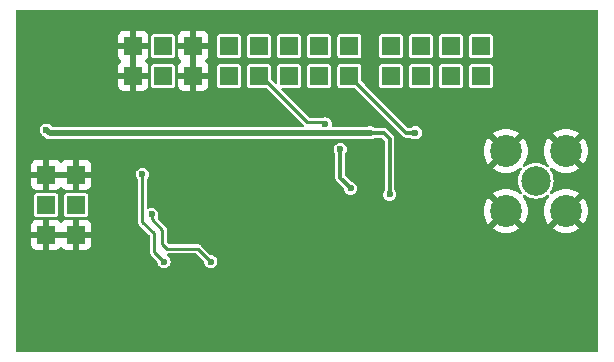
<source format=gbr>
%TF.GenerationSoftware,KiCad,Pcbnew,7.0.5.1-1-g8f565ef7f0-dirty-deb11*%
%TF.CreationDate,2023-07-21T01:10:23+00:00*%
%TF.ProjectId,ISM02,49534d30-322e-46b6-9963-61645f706362,rev?*%
%TF.SameCoordinates,Original*%
%TF.FileFunction,Copper,L1,Top*%
%TF.FilePolarity,Positive*%
%FSLAX46Y46*%
G04 Gerber Fmt 4.6, Leading zero omitted, Abs format (unit mm)*
G04 Created by KiCad (PCBNEW 7.0.5.1-1-g8f565ef7f0-dirty-deb11) date 2023-07-21 01:10:23*
%MOMM*%
%LPD*%
G01*
G04 APERTURE LIST*
G04 Aperture macros list*
%AMRoundRect*
0 Rectangle with rounded corners*
0 $1 Rounding radius*
0 $2 $3 $4 $5 $6 $7 $8 $9 X,Y pos of 4 corners*
0 Add a 4 corners polygon primitive as box body*
4,1,4,$2,$3,$4,$5,$6,$7,$8,$9,$2,$3,0*
0 Add four circle primitives for the rounded corners*
1,1,$1+$1,$2,$3*
1,1,$1+$1,$4,$5*
1,1,$1+$1,$6,$7*
1,1,$1+$1,$8,$9*
0 Add four rect primitives between the rounded corners*
20,1,$1+$1,$2,$3,$4,$5,0*
20,1,$1+$1,$4,$5,$6,$7,0*
20,1,$1+$1,$6,$7,$8,$9,0*
20,1,$1+$1,$8,$9,$2,$3,0*%
G04 Aperture macros list end*
%TA.AperFunction,ComponentPad*%
%ADD10C,6.000000*%
%TD*%
%TA.AperFunction,ComponentPad*%
%ADD11R,1.524000X1.524000*%
%TD*%
%TA.AperFunction,ComponentPad*%
%ADD12C,2.500000*%
%TD*%
%TA.AperFunction,ComponentPad*%
%ADD13C,2.700000*%
%TD*%
%TA.AperFunction,ComponentPad*%
%ADD14C,0.500000*%
%TD*%
%TA.AperFunction,SMDPad,CuDef*%
%ADD15RoundRect,0.250000X1.050000X-1.050000X1.050000X1.050000X-1.050000X1.050000X-1.050000X-1.050000X0*%
%TD*%
%TA.AperFunction,ViaPad*%
%ADD16C,0.600000*%
%TD*%
%TA.AperFunction,Conductor*%
%ADD17C,0.250000*%
%TD*%
%TA.AperFunction,Conductor*%
%ADD18C,0.500000*%
%TD*%
%TA.AperFunction,Conductor*%
%ADD19C,0.300000*%
%TD*%
G04 APERTURE END LIST*
D10*
%TO.P,M2,1*%
%TO.N,GND*%
X139700000Y-104140000D03*
%TD*%
%TO.P,M3,1*%
%TO.N,GND*%
X180340000Y-124460000D03*
%TD*%
D11*
%TO.P,J2,1*%
%TO.N,GND*%
X137922000Y-118872000D03*
%TO.P,J2,2*%
X140462000Y-118872000D03*
%TD*%
%TO.P,J5,1*%
%TO.N,/MISO*%
X167102000Y-105410000D03*
%TO.P,J5,2*%
X167102000Y-102870000D03*
%TD*%
%TO.P,J4,1*%
%TO.N,/SCK*%
X172202000Y-105410000D03*
%TO.P,J4,2*%
X172202000Y-102870000D03*
%TD*%
%TO.P,J3,1*%
%TO.N,/#RESET*%
X163596000Y-105410000D03*
%TO.P,J3,2*%
X163596000Y-102870000D03*
%TD*%
D12*
%TO.P,J12,1*%
%TO.N,Net-(C22-Pad2)*%
X179374800Y-114300000D03*
D13*
%TO.P,J12,2*%
%TO.N,GND*%
X176834800Y-116840000D03*
X181914800Y-116840000D03*
X176834800Y-111760000D03*
X181914800Y-111760000D03*
%TD*%
D11*
%TO.P,J10,1*%
%TO.N,/DIO3*%
X153396000Y-105410000D03*
%TO.P,J10,2*%
X153396000Y-102870000D03*
%TD*%
%TO.P,J7,1*%
%TO.N,/#CS*%
X174752000Y-105410000D03*
%TO.P,J7,2*%
X174752000Y-102870000D03*
%TD*%
%TO.P,J9,1*%
%TO.N,/DIO2*%
X155946000Y-105410000D03*
%TO.P,J9,2*%
X155946000Y-102870000D03*
%TD*%
%TO.P,J8,1*%
%TO.N,/DIO1*%
X158496000Y-105410000D03*
%TO.P,J8,2*%
X158496000Y-102870000D03*
%TD*%
%TO.P,J11,1*%
%TO.N,/BUSY*%
X161046000Y-105410000D03*
%TO.P,J11,2*%
X161046000Y-102870000D03*
%TD*%
%TO.P,J6,1*%
%TO.N,/MOSI*%
X169652000Y-105410000D03*
%TO.P,J6,2*%
X169652000Y-102870000D03*
%TD*%
D10*
%TO.P,M1,1*%
%TO.N,GND*%
X180340000Y-104140000D03*
%TD*%
D11*
%TO.P,J1,1,2*%
%TO.N,GND*%
X145288000Y-105410000D03*
%TO.P,J1,2,2*%
X145288000Y-102870000D03*
%TO.P,J1,3,4*%
%TO.N,+5V*%
X147828000Y-105410000D03*
%TO.P,J1,4,4*%
X147828000Y-102870000D03*
%TO.P,J1,5,6*%
%TO.N,GND*%
X150368000Y-105410000D03*
%TO.P,J1,6,6*%
X150368000Y-102870000D03*
%TD*%
D10*
%TO.P,M4,1*%
%TO.N,GND*%
X139700000Y-124460000D03*
%TD*%
D11*
%TO.P,J15,1*%
%TO.N,GND*%
X137922000Y-113792000D03*
%TO.P,J15,2*%
X140462000Y-113792000D03*
%TD*%
%TO.P,J13,1*%
%TO.N,+3V3*%
X137922000Y-116332000D03*
%TO.P,J13,2*%
X140462000Y-116332000D03*
%TD*%
D14*
%TO.P,U1,25,GND*%
%TO.N,GND*%
X148808000Y-118696000D03*
X149858000Y-118696000D03*
X150908000Y-118696000D03*
X148808000Y-117646000D03*
X149858000Y-117646000D03*
D15*
X149858000Y-117646000D03*
D14*
X150908000Y-117646000D03*
X148808000Y-116596000D03*
X149858000Y-116596000D03*
X150908000Y-116596000D03*
%TD*%
D16*
%TO.N,GND*%
X145058000Y-114046000D03*
X143458000Y-114046000D03*
X151358000Y-123260000D03*
X148358000Y-123260000D03*
X150558000Y-124560000D03*
X163830000Y-113665000D03*
X184150000Y-119380000D03*
X148463000Y-128270000D03*
X163830000Y-100330000D03*
X161798000Y-113919000D03*
X171069000Y-111633000D03*
X184150000Y-118110000D03*
X157356660Y-118341817D03*
X158750000Y-113919000D03*
X184150000Y-114300000D03*
X145161000Y-122301000D03*
X168910000Y-111633000D03*
X142240000Y-128270000D03*
X184150000Y-110490000D03*
X156972000Y-113919000D03*
X167894000Y-111633000D03*
X143383000Y-107442000D03*
X145161000Y-123317000D03*
X153858000Y-124946000D03*
X146304000Y-128270000D03*
X159766000Y-113919000D03*
X168402000Y-122428000D03*
X143764000Y-112649000D03*
X153670000Y-100330000D03*
X169164000Y-116967000D03*
X177800000Y-108585000D03*
X170053000Y-111633000D03*
X172085000Y-128270000D03*
X164211000Y-121666000D03*
X161290000Y-100330000D03*
X172212000Y-111506000D03*
X163195000Y-128270000D03*
X160655000Y-128270000D03*
X167767000Y-114300000D03*
X154940000Y-100330000D03*
X153416000Y-123446000D03*
X172720000Y-100330000D03*
X157480000Y-100330000D03*
X162560000Y-124460000D03*
X155858000Y-118346000D03*
X152273000Y-128270000D03*
X174117000Y-114935000D03*
X166370000Y-100330000D03*
X160655000Y-113919000D03*
X150876000Y-122301000D03*
X181610000Y-120015000D03*
X159766000Y-122809000D03*
X149858000Y-123860000D03*
X149606000Y-107442000D03*
X153797000Y-126111000D03*
X150858000Y-121146000D03*
X155575000Y-128270000D03*
X145161000Y-128270000D03*
X170815000Y-128270000D03*
X143510000Y-100330000D03*
X144780000Y-100330000D03*
X135890000Y-120650000D03*
X168275000Y-128270000D03*
X158750000Y-100330000D03*
X172847000Y-116967000D03*
X146050000Y-100330000D03*
X173101000Y-111506000D03*
X169545000Y-120904000D03*
X177800000Y-100330000D03*
X175260000Y-100330000D03*
X176530000Y-108585000D03*
X146939000Y-112649000D03*
X158115000Y-128270000D03*
X168148000Y-116967000D03*
X156210000Y-100330000D03*
X182245000Y-108585000D03*
X149860000Y-100330000D03*
X162941000Y-115697000D03*
X167640000Y-100330000D03*
X173990000Y-100330000D03*
X183515000Y-120015000D03*
X148908011Y-121145981D03*
X148590000Y-100330000D03*
X170180000Y-100330000D03*
X164846000Y-111633000D03*
X135890000Y-119380000D03*
X162258000Y-118346000D03*
X164465000Y-128270000D03*
X146050000Y-127000000D03*
X135890000Y-116840000D03*
X184150000Y-116840000D03*
X154940000Y-118346000D03*
X173990000Y-111506000D03*
X174498000Y-112268000D03*
X165735000Y-128270000D03*
X171450000Y-100330000D03*
X164846000Y-117983000D03*
X170561000Y-116967000D03*
X154305000Y-128270000D03*
X152019000Y-122301000D03*
X153035000Y-115570000D03*
X163858046Y-118346000D03*
X173990000Y-118110000D03*
X161925000Y-128270000D03*
X145161000Y-125349000D03*
X153158000Y-121746000D03*
X168910000Y-100330000D03*
X177165000Y-128270000D03*
X173355000Y-128270000D03*
X148717000Y-122174000D03*
X160658000Y-118346000D03*
X145161000Y-126619000D03*
X165100000Y-100330000D03*
X147320000Y-121920000D03*
X146058000Y-118946000D03*
X175895000Y-120015000D03*
X162560000Y-100330000D03*
X184150000Y-113030000D03*
X161036000Y-122809000D03*
X184150000Y-107950000D03*
X171704000Y-116967000D03*
X179705000Y-118745000D03*
X179070000Y-120015000D03*
X166497000Y-121158000D03*
X160020000Y-100330000D03*
X157480000Y-122809000D03*
X151130000Y-100330000D03*
X164211000Y-122809000D03*
X169545000Y-122428000D03*
X167132000Y-116967000D03*
X184150000Y-115570000D03*
X171323000Y-114300000D03*
X149258000Y-124560000D03*
X161036000Y-124460000D03*
X169418000Y-117983000D03*
X147447000Y-128270000D03*
X156224000Y-114808000D03*
X170307000Y-114300000D03*
X184150000Y-120650000D03*
X175895000Y-128270000D03*
X169545000Y-128270000D03*
X165227000Y-121158000D03*
X174625000Y-120015000D03*
X157861000Y-113919000D03*
X147858000Y-126560000D03*
X153035000Y-127127000D03*
X136271000Y-107315000D03*
X184150000Y-109220000D03*
X152400000Y-100330000D03*
X145161000Y-112649000D03*
X167005000Y-128270000D03*
X159058000Y-118346000D03*
X174117000Y-116967000D03*
X176530000Y-100330000D03*
X159385000Y-128270000D03*
X149606000Y-128270000D03*
X180975000Y-108585000D03*
X164338000Y-124460000D03*
X143510000Y-128270000D03*
X147320000Y-100330000D03*
X165989000Y-111633000D03*
X175006000Y-115062000D03*
X135890000Y-118110000D03*
X177800000Y-120015000D03*
X141859000Y-107569000D03*
X163830000Y-111633000D03*
X143637000Y-121920000D03*
X158623000Y-122809000D03*
X173990000Y-119380000D03*
X166116000Y-113919000D03*
X145161000Y-124333000D03*
X156845000Y-128270000D03*
X167132000Y-122428000D03*
X179070000Y-110490000D03*
X150876000Y-128270000D03*
X146050000Y-121920000D03*
X169545000Y-119126000D03*
X163830000Y-112649000D03*
X149606000Y-108712000D03*
X184150000Y-111760000D03*
X174625000Y-128270000D03*
X184150000Y-106680000D03*
X142494000Y-112649000D03*
%TO.N,+3V3*%
X167005000Y-115443000D03*
X165354000Y-110236000D03*
X137940000Y-110000000D03*
X151858000Y-121146000D03*
X146858000Y-117146000D03*
%TO.N,Net-(C18-Pad1)*%
X162814000Y-111633000D03*
X163703000Y-114935000D03*
%TO.N,/#RESET*%
X169164000Y-110236000D03*
%TO.N,/DIO2*%
X161544000Y-109490080D03*
%TO.N,/DIO3*%
X146058000Y-113746046D03*
X147901519Y-121146000D03*
%TD*%
D17*
%TO.N,GND*%
X148358000Y-122533000D02*
X148717000Y-122174000D01*
X143383000Y-107442000D02*
X141986000Y-107442000D01*
X167767000Y-116586000D02*
X167767000Y-114681000D01*
X149606000Y-128270000D02*
X150876000Y-128270000D01*
X150858000Y-121146000D02*
X150858000Y-122283000D01*
X152273000Y-128270000D02*
X152273000Y-127889000D01*
D18*
X155862183Y-118341817D02*
X155858000Y-118346000D01*
D17*
X168148000Y-116967000D02*
X167767000Y-116586000D01*
D18*
X149258000Y-124460000D02*
X149858000Y-123860000D01*
X162258000Y-118346000D02*
X163858046Y-118346000D01*
D17*
X167767000Y-114681000D02*
X167767000Y-114300000D01*
D18*
X149258000Y-124560000D02*
X149258000Y-124460000D01*
D17*
X149606000Y-108712000D02*
X149606000Y-107442000D01*
D18*
X159058000Y-118346000D02*
X160658000Y-118346000D01*
X157356660Y-118341817D02*
X155862183Y-118341817D01*
D17*
X152273000Y-127889000D02*
X153035000Y-127127000D01*
X150858000Y-122283000D02*
X150876000Y-122301000D01*
X148358000Y-123260000D02*
X148358000Y-122533000D01*
X141986000Y-107442000D02*
X141859000Y-107569000D01*
%TO.N,+3V3*%
X151558001Y-120846001D02*
X151858000Y-121146000D01*
D19*
X167005000Y-110744000D02*
X166497000Y-110236000D01*
D18*
X160165091Y-110290091D02*
X160600909Y-110290091D01*
X160600909Y-110290091D02*
X165299909Y-110290091D01*
D17*
X146858000Y-117146000D02*
X146858000Y-117546000D01*
X146858000Y-117546000D02*
X147758000Y-118446000D01*
D19*
X166497000Y-110236000D02*
X165354000Y-110236000D01*
D17*
X147758000Y-119646000D02*
X148158000Y-120046000D01*
D18*
X160600909Y-110290091D02*
X138230091Y-110290091D01*
X165299909Y-110290091D02*
X165354000Y-110236000D01*
D17*
X150758000Y-120046000D02*
X151558001Y-120846001D01*
D18*
X138230091Y-110290091D02*
X137940000Y-110000000D01*
D19*
X167005000Y-115443000D02*
X167005000Y-110744000D01*
D17*
X148158000Y-120046000D02*
X150758000Y-120046000D01*
X147758000Y-118446000D02*
X147758000Y-119646000D01*
D19*
%TO.N,Net-(C18-Pad1)*%
X162814000Y-111633000D02*
X162814000Y-114046000D01*
X162814000Y-114046000D02*
X163703000Y-114935000D01*
D17*
%TO.N,/SCK*%
X172202000Y-102740000D02*
X172202000Y-102870000D01*
%TO.N,/MISO*%
X167256000Y-102716000D02*
X167102000Y-102870000D01*
X167356000Y-102616000D02*
X167102000Y-102870000D01*
D19*
%TO.N,/#RESET*%
X168422000Y-110236000D02*
X163596000Y-105410000D01*
X169164000Y-110236000D02*
X168422000Y-110236000D01*
D17*
%TO.N,/DIO2*%
X156083000Y-105410000D02*
X160020000Y-109347000D01*
X155946000Y-105410000D02*
X156083000Y-105410000D01*
X160020000Y-109347000D02*
X161400920Y-109347000D01*
X161400920Y-109347000D02*
X161544000Y-109490080D01*
%TO.N,/DIO3*%
X146058000Y-117746000D02*
X146058000Y-114170310D01*
X147058000Y-118746000D02*
X146058000Y-117746000D01*
X147058000Y-120302481D02*
X147058000Y-118746000D01*
X147901519Y-121146000D02*
X147058000Y-120302481D01*
X146058000Y-114170310D02*
X146058000Y-113746046D01*
%TD*%
%TA.AperFunction,Conductor*%
%TO.N,GND*%
G36*
X140043553Y-118707772D02*
G01*
X140013736Y-118838407D01*
X140023749Y-118972028D01*
X140072703Y-119096760D01*
X140096021Y-119126000D01*
X138288618Y-119126000D01*
X138340447Y-119036228D01*
X138370264Y-118905593D01*
X138360251Y-118771972D01*
X138311297Y-118647240D01*
X138287979Y-118618000D01*
X140095382Y-118618000D01*
X140043553Y-118707772D01*
G37*
%TD.AperFunction*%
%TA.AperFunction,Conductor*%
G36*
X140043553Y-113627772D02*
G01*
X140013736Y-113758407D01*
X140023749Y-113892028D01*
X140072703Y-114016760D01*
X140096021Y-114046000D01*
X138288618Y-114046000D01*
X138340447Y-113956228D01*
X138370264Y-113825593D01*
X138360251Y-113691972D01*
X138311297Y-113567240D01*
X138287979Y-113538000D01*
X140095382Y-113538000D01*
X140043553Y-113627772D01*
G37*
%TD.AperFunction*%
%TA.AperFunction,Conductor*%
G36*
X145092960Y-103275004D02*
G01*
X145221002Y-103314500D01*
X145321312Y-103314500D01*
X145420499Y-103299550D01*
X145541224Y-103241412D01*
X145542000Y-103240691D01*
X145542000Y-105045194D01*
X145483040Y-105004996D01*
X145354998Y-104965500D01*
X145254688Y-104965500D01*
X145155501Y-104980450D01*
X145034776Y-105038588D01*
X145034000Y-105039308D01*
X145034000Y-103234805D01*
X145092960Y-103275004D01*
G37*
%TD.AperFunction*%
%TA.AperFunction,Conductor*%
G36*
X150172960Y-103275004D02*
G01*
X150301002Y-103314500D01*
X150401312Y-103314500D01*
X150500499Y-103299550D01*
X150621224Y-103241412D01*
X150622000Y-103240691D01*
X150622000Y-105045194D01*
X150563040Y-105004996D01*
X150434998Y-104965500D01*
X150334688Y-104965500D01*
X150235501Y-104980450D01*
X150114776Y-105038588D01*
X150114000Y-105039308D01*
X150114000Y-103234805D01*
X150172960Y-103275004D01*
G37*
%TD.AperFunction*%
%TA.AperFunction,Conductor*%
G36*
X184607621Y-99834502D02*
G01*
X184654114Y-99888158D01*
X184665500Y-99940500D01*
X184665500Y-128659500D01*
X184645498Y-128727621D01*
X184591842Y-128774114D01*
X184539500Y-128785500D01*
X135500500Y-128785500D01*
X135432379Y-128765498D01*
X135385886Y-128711842D01*
X135374500Y-128659500D01*
X135374500Y-119682597D01*
X136652000Y-119682597D01*
X136658505Y-119743093D01*
X136709555Y-119879964D01*
X136709555Y-119879965D01*
X136797095Y-119996904D01*
X136914034Y-120084444D01*
X137050906Y-120135494D01*
X137111402Y-120141999D01*
X137111415Y-120142000D01*
X137668000Y-120142000D01*
X137668000Y-119236805D01*
X137726960Y-119277004D01*
X137855002Y-119316500D01*
X137955312Y-119316500D01*
X138054499Y-119301550D01*
X138175224Y-119243412D01*
X138176000Y-119242691D01*
X138176000Y-120142000D01*
X138732585Y-120142000D01*
X138732597Y-120141999D01*
X138793093Y-120135494D01*
X138929964Y-120084444D01*
X138929965Y-120084444D01*
X139046904Y-119996904D01*
X139091132Y-119937823D01*
X139147968Y-119895276D01*
X139218783Y-119890212D01*
X139281096Y-119924237D01*
X139292868Y-119937823D01*
X139337095Y-119996904D01*
X139454034Y-120084444D01*
X139590906Y-120135494D01*
X139651402Y-120141999D01*
X139651415Y-120142000D01*
X140208000Y-120142000D01*
X140208000Y-119236805D01*
X140266960Y-119277004D01*
X140395002Y-119316500D01*
X140495312Y-119316500D01*
X140594499Y-119301550D01*
X140715224Y-119243412D01*
X140716000Y-119242691D01*
X140716000Y-120142000D01*
X141272585Y-120142000D01*
X141272597Y-120141999D01*
X141333093Y-120135494D01*
X141469964Y-120084444D01*
X141469965Y-120084444D01*
X141586904Y-119996904D01*
X141674444Y-119879965D01*
X141674444Y-119879964D01*
X141725494Y-119743093D01*
X141731999Y-119682597D01*
X141732000Y-119682585D01*
X141732000Y-119126000D01*
X140828618Y-119126000D01*
X140880447Y-119036228D01*
X140910264Y-118905593D01*
X140900251Y-118771972D01*
X140851297Y-118647240D01*
X140827979Y-118618000D01*
X141732000Y-118618000D01*
X141732000Y-118061414D01*
X141731999Y-118061402D01*
X141725494Y-118000906D01*
X141674444Y-117864035D01*
X141674444Y-117864034D01*
X141586904Y-117747095D01*
X141469965Y-117659555D01*
X141333093Y-117608505D01*
X141272597Y-117602000D01*
X140716000Y-117602000D01*
X140716000Y-118507194D01*
X140657040Y-118466996D01*
X140528998Y-118427500D01*
X140428688Y-118427500D01*
X140329501Y-118442450D01*
X140208776Y-118500588D01*
X140208000Y-118501308D01*
X140208000Y-117602000D01*
X139651402Y-117602000D01*
X139590906Y-117608505D01*
X139454035Y-117659555D01*
X139454034Y-117659555D01*
X139337097Y-117747094D01*
X139292868Y-117806177D01*
X139236031Y-117848723D01*
X139165216Y-117853787D01*
X139102904Y-117819762D01*
X139091132Y-117806177D01*
X139046902Y-117747094D01*
X138929965Y-117659555D01*
X138793093Y-117608505D01*
X138732597Y-117602000D01*
X138176000Y-117602000D01*
X138176000Y-118507194D01*
X138117040Y-118466996D01*
X137988998Y-118427500D01*
X137888688Y-118427500D01*
X137789501Y-118442450D01*
X137668776Y-118500588D01*
X137668000Y-118501308D01*
X137668000Y-117602000D01*
X137111402Y-117602000D01*
X137050906Y-117608505D01*
X136914035Y-117659555D01*
X136914034Y-117659555D01*
X136797095Y-117747095D01*
X136709555Y-117864034D01*
X136709555Y-117864035D01*
X136658505Y-118000906D01*
X136652000Y-118061402D01*
X136652000Y-118618000D01*
X137555382Y-118618000D01*
X137503553Y-118707772D01*
X137473736Y-118838407D01*
X137483749Y-118972028D01*
X137532703Y-119096760D01*
X137556021Y-119126000D01*
X136652000Y-119126000D01*
X136652000Y-119682597D01*
X135374500Y-119682597D01*
X135374500Y-117119063D01*
X136905500Y-117119063D01*
X136905501Y-117119073D01*
X136920265Y-117193300D01*
X136976516Y-117277484D01*
X137060697Y-117333733D01*
X137060699Y-117333734D01*
X137134933Y-117348500D01*
X138709066Y-117348499D01*
X138709069Y-117348498D01*
X138709073Y-117348498D01*
X138758326Y-117338701D01*
X138783301Y-117333734D01*
X138867484Y-117277484D01*
X138923734Y-117193301D01*
X138938500Y-117119067D01*
X138938500Y-117119063D01*
X139445500Y-117119063D01*
X139445501Y-117119073D01*
X139460265Y-117193300D01*
X139516516Y-117277484D01*
X139600697Y-117333733D01*
X139600699Y-117333734D01*
X139674933Y-117348500D01*
X141249066Y-117348499D01*
X141249069Y-117348498D01*
X141249073Y-117348498D01*
X141298326Y-117338701D01*
X141323301Y-117333734D01*
X141407484Y-117277484D01*
X141463734Y-117193301D01*
X141478500Y-117119067D01*
X141478499Y-115544934D01*
X141478498Y-115544930D01*
X141478498Y-115544926D01*
X141463734Y-115470699D01*
X141445225Y-115442999D01*
X141407484Y-115386516D01*
X141407483Y-115386515D01*
X141323302Y-115330266D01*
X141249067Y-115315500D01*
X139674936Y-115315500D01*
X139674926Y-115315501D01*
X139600699Y-115330265D01*
X139516515Y-115386516D01*
X139460266Y-115470697D01*
X139445500Y-115544930D01*
X139445500Y-117119063D01*
X138938500Y-117119063D01*
X138938499Y-115544934D01*
X138938498Y-115544930D01*
X138938498Y-115544926D01*
X138923734Y-115470699D01*
X138905225Y-115442999D01*
X138867484Y-115386516D01*
X138867483Y-115386515D01*
X138783302Y-115330266D01*
X138709067Y-115315500D01*
X137134936Y-115315500D01*
X137134926Y-115315501D01*
X137060699Y-115330265D01*
X136976515Y-115386516D01*
X136920266Y-115470697D01*
X136905500Y-115544930D01*
X136905500Y-117119063D01*
X135374500Y-117119063D01*
X135374500Y-114602597D01*
X136652000Y-114602597D01*
X136658505Y-114663093D01*
X136709555Y-114799964D01*
X136709555Y-114799965D01*
X136797095Y-114916904D01*
X136914034Y-115004444D01*
X137050906Y-115055494D01*
X137111402Y-115061999D01*
X137111415Y-115062000D01*
X137668000Y-115062000D01*
X137668000Y-114156805D01*
X137726960Y-114197004D01*
X137855002Y-114236500D01*
X137955312Y-114236500D01*
X138054499Y-114221550D01*
X138175224Y-114163412D01*
X138176000Y-114162691D01*
X138176000Y-115062000D01*
X138732585Y-115062000D01*
X138732597Y-115061999D01*
X138793093Y-115055494D01*
X138929964Y-115004444D01*
X138929965Y-115004444D01*
X139046904Y-114916904D01*
X139091132Y-114857823D01*
X139147968Y-114815276D01*
X139218783Y-114810212D01*
X139281096Y-114844237D01*
X139292868Y-114857823D01*
X139337095Y-114916904D01*
X139454034Y-115004444D01*
X139590906Y-115055494D01*
X139651402Y-115061999D01*
X139651415Y-115062000D01*
X140208000Y-115062000D01*
X140208000Y-114156805D01*
X140266960Y-114197004D01*
X140395002Y-114236500D01*
X140495312Y-114236500D01*
X140594499Y-114221550D01*
X140715224Y-114163412D01*
X140716000Y-114162691D01*
X140716000Y-115062000D01*
X141272585Y-115062000D01*
X141272597Y-115061999D01*
X141333093Y-115055494D01*
X141469964Y-115004444D01*
X141469965Y-115004444D01*
X141586904Y-114916904D01*
X141674444Y-114799965D01*
X141674444Y-114799964D01*
X141725494Y-114663093D01*
X141731999Y-114602597D01*
X141732000Y-114602585D01*
X141732000Y-114046000D01*
X140828618Y-114046000D01*
X140880447Y-113956228D01*
X140910264Y-113825593D01*
X140904303Y-113746046D01*
X145498715Y-113746046D01*
X145517771Y-113890798D01*
X145573644Y-114025687D01*
X145573649Y-114025695D01*
X145652462Y-114128405D01*
X145678063Y-114194625D01*
X145678500Y-114205109D01*
X145678500Y-117693573D01*
X145675818Y-117719430D01*
X145673580Y-117730099D01*
X145675905Y-117748746D01*
X145678016Y-117765683D01*
X145678500Y-117773473D01*
X145678500Y-117777443D01*
X145680907Y-117791870D01*
X145682170Y-117799440D01*
X145682544Y-117802013D01*
X145689247Y-117855781D01*
X145691517Y-117863406D01*
X145694099Y-117870927D01*
X145719875Y-117918556D01*
X145721065Y-117920869D01*
X145737108Y-117953683D01*
X145744874Y-117969568D01*
X145744875Y-117969569D01*
X145749493Y-117976038D01*
X145754376Y-117982312D01*
X145794242Y-118019011D01*
X145796096Y-118020790D01*
X146237204Y-118461898D01*
X146641595Y-118866289D01*
X146675621Y-118928601D01*
X146678500Y-118955384D01*
X146678500Y-120250054D01*
X146675818Y-120275911D01*
X146673580Y-120286580D01*
X146675905Y-120305227D01*
X146678016Y-120322164D01*
X146678500Y-120329954D01*
X146678500Y-120333924D01*
X146680907Y-120348351D01*
X146682170Y-120355921D01*
X146682544Y-120358494D01*
X146689247Y-120412262D01*
X146691517Y-120419887D01*
X146694099Y-120427408D01*
X146719875Y-120475037D01*
X146721065Y-120477350D01*
X146737108Y-120510164D01*
X146744874Y-120526049D01*
X146744875Y-120526050D01*
X146749493Y-120532519D01*
X146754376Y-120538793D01*
X146794242Y-120575492D01*
X146796096Y-120577271D01*
X147085181Y-120866356D01*
X147308564Y-121089739D01*
X147342590Y-121152051D01*
X147344391Y-121162387D01*
X147361290Y-121290752D01*
X147417163Y-121425641D01*
X147417168Y-121425649D01*
X147506044Y-121541474D01*
X147621869Y-121630350D01*
X147621876Y-121630355D01*
X147756765Y-121686228D01*
X147901519Y-121705285D01*
X148046273Y-121686228D01*
X148181162Y-121630355D01*
X148296993Y-121541474D01*
X148385874Y-121425643D01*
X148441747Y-121290754D01*
X148460804Y-121146000D01*
X148441747Y-121001246D01*
X148385874Y-120866358D01*
X148296993Y-120750526D01*
X148296991Y-120750524D01*
X148296990Y-120750523D01*
X148181166Y-120661647D01*
X148179386Y-120660620D01*
X148178184Y-120659359D01*
X148174610Y-120656617D01*
X148175037Y-120656059D01*
X148130393Y-120609238D01*
X148116955Y-120539525D01*
X148143341Y-120473613D01*
X148201173Y-120432430D01*
X148242385Y-120425500D01*
X150548616Y-120425500D01*
X150616737Y-120445502D01*
X150637711Y-120462405D01*
X151265045Y-121089739D01*
X151299071Y-121152051D01*
X151300872Y-121162387D01*
X151317771Y-121290752D01*
X151373644Y-121425641D01*
X151373649Y-121425649D01*
X151462525Y-121541474D01*
X151578350Y-121630350D01*
X151578357Y-121630355D01*
X151713246Y-121686228D01*
X151858000Y-121705285D01*
X152002754Y-121686228D01*
X152137643Y-121630355D01*
X152253474Y-121541474D01*
X152342355Y-121425643D01*
X152398228Y-121290754D01*
X152417285Y-121146000D01*
X152398228Y-121001246D01*
X152342355Y-120866358D01*
X152253474Y-120750526D01*
X152253472Y-120750524D01*
X152253471Y-120750523D01*
X152137649Y-120661649D01*
X152137641Y-120661644D01*
X152002752Y-120605771D01*
X151874387Y-120588872D01*
X151809460Y-120560149D01*
X151801739Y-120553045D01*
X151063419Y-119814725D01*
X151047029Y-119794542D01*
X151041068Y-119785418D01*
X151041067Y-119785417D01*
X151012770Y-119763393D01*
X151006923Y-119758229D01*
X151004113Y-119755419D01*
X151004112Y-119755418D01*
X151004111Y-119755417D01*
X151004106Y-119755413D01*
X150985974Y-119742467D01*
X150983889Y-119740912D01*
X150941120Y-119707625D01*
X150934140Y-119703848D01*
X150926977Y-119700346D01*
X150875063Y-119684890D01*
X150872584Y-119684096D01*
X150821326Y-119666499D01*
X150813504Y-119665194D01*
X150805589Y-119664207D01*
X150761056Y-119666049D01*
X150751475Y-119666446D01*
X150748881Y-119666500D01*
X148367384Y-119666500D01*
X148299263Y-119646498D01*
X148278289Y-119629595D01*
X148174405Y-119525711D01*
X148140379Y-119463399D01*
X148137500Y-119436616D01*
X148137500Y-118498421D01*
X148140181Y-118472566D01*
X148142418Y-118461900D01*
X148137983Y-118426322D01*
X148137500Y-118418532D01*
X148137500Y-118414562D01*
X148137500Y-118414557D01*
X148133825Y-118392542D01*
X148133453Y-118389984D01*
X148126752Y-118336217D01*
X148126750Y-118336213D01*
X148124485Y-118328605D01*
X148121900Y-118321076D01*
X148121900Y-118321073D01*
X148121898Y-118321069D01*
X148096114Y-118273423D01*
X148094922Y-118271108D01*
X148071126Y-118222432D01*
X148071124Y-118222430D01*
X148071124Y-118222429D01*
X148066521Y-118215982D01*
X148061621Y-118209686D01*
X148021756Y-118172987D01*
X148019901Y-118171207D01*
X147381964Y-117533269D01*
X147347938Y-117470958D01*
X147353003Y-117400143D01*
X147354635Y-117395994D01*
X147398228Y-117290754D01*
X147417285Y-117146000D01*
X147398228Y-117001246D01*
X147342355Y-116866358D01*
X147322130Y-116840000D01*
X174972054Y-116840000D01*
X174991013Y-117105092D01*
X175047507Y-117364793D01*
X175140387Y-117613814D01*
X175267758Y-117847076D01*
X175353703Y-117961885D01*
X175353703Y-117961886D01*
X176081606Y-117233982D01*
X176127116Y-117319822D01*
X176246809Y-117460735D01*
X176393995Y-117572623D01*
X176440069Y-117593939D01*
X175712912Y-118321095D01*
X175712913Y-118321096D01*
X175827719Y-118407039D01*
X176060985Y-118534412D01*
X176310006Y-118627292D01*
X176569707Y-118683786D01*
X176834799Y-118702745D01*
X177099892Y-118683786D01*
X177359593Y-118627292D01*
X177608614Y-118534412D01*
X177841876Y-118407042D01*
X177956685Y-118321095D01*
X177956686Y-118321095D01*
X177229877Y-117594286D01*
X177352231Y-117520669D01*
X177486458Y-117393523D01*
X177590213Y-117240495D01*
X177591435Y-117237426D01*
X178315895Y-117961886D01*
X178315895Y-117961885D01*
X178401842Y-117847076D01*
X178529212Y-117613814D01*
X178622092Y-117364793D01*
X178678586Y-117105092D01*
X178697545Y-116839999D01*
X178678586Y-116574907D01*
X178622092Y-116315206D01*
X178529212Y-116066185D01*
X178401839Y-115832919D01*
X178281448Y-115672096D01*
X178256637Y-115605576D01*
X178271728Y-115536202D01*
X178321930Y-115486000D01*
X178391304Y-115470908D01*
X178457825Y-115495719D01*
X178464143Y-115500774D01*
X178487743Y-115520930D01*
X178689659Y-115644664D01*
X178908446Y-115735289D01*
X179138717Y-115790572D01*
X179374800Y-115809152D01*
X179610883Y-115790572D01*
X179841154Y-115735289D01*
X180059941Y-115644664D01*
X180261857Y-115520930D01*
X180285454Y-115500776D01*
X180350239Y-115471745D01*
X180420439Y-115482348D01*
X180473763Y-115529222D01*
X180493280Y-115597483D01*
X180472794Y-115665460D01*
X180468151Y-115672096D01*
X180347760Y-115832919D01*
X180220387Y-116066185D01*
X180127507Y-116315206D01*
X180071013Y-116574907D01*
X180052054Y-116840000D01*
X180071013Y-117105092D01*
X180127507Y-117364793D01*
X180220387Y-117613814D01*
X180347758Y-117847076D01*
X180433703Y-117961885D01*
X180433703Y-117961886D01*
X181161606Y-117233982D01*
X181207116Y-117319822D01*
X181326809Y-117460735D01*
X181473995Y-117572623D01*
X181520069Y-117593939D01*
X180792912Y-118321095D01*
X180792913Y-118321096D01*
X180907719Y-118407039D01*
X181140985Y-118534412D01*
X181390006Y-118627292D01*
X181649707Y-118683786D01*
X181914799Y-118702745D01*
X182179892Y-118683786D01*
X182439593Y-118627292D01*
X182688614Y-118534412D01*
X182921876Y-118407042D01*
X183036685Y-118321095D01*
X183036686Y-118321095D01*
X182309877Y-117594286D01*
X182432231Y-117520669D01*
X182566458Y-117393523D01*
X182670213Y-117240495D01*
X182671435Y-117237426D01*
X183395895Y-117961886D01*
X183395895Y-117961885D01*
X183481842Y-117847076D01*
X183609212Y-117613814D01*
X183702092Y-117364793D01*
X183758586Y-117105092D01*
X183777545Y-116839999D01*
X183758586Y-116574907D01*
X183702092Y-116315206D01*
X183609212Y-116066185D01*
X183481839Y-115832919D01*
X183395896Y-115718113D01*
X183395895Y-115718112D01*
X182667992Y-116446015D01*
X182622484Y-116360178D01*
X182502791Y-116219265D01*
X182355605Y-116107377D01*
X182309529Y-116086059D01*
X183036686Y-115358903D01*
X182921876Y-115272958D01*
X182688614Y-115145587D01*
X182439593Y-115052707D01*
X182179892Y-114996213D01*
X181914800Y-114977254D01*
X181649707Y-114996213D01*
X181390006Y-115052707D01*
X181140985Y-115145587D01*
X180907719Y-115272960D01*
X180746896Y-115393351D01*
X180680376Y-115418162D01*
X180611002Y-115403071D01*
X180560799Y-115352868D01*
X180545708Y-115283494D01*
X180570519Y-115216974D01*
X180575552Y-115210682D01*
X180595730Y-115187057D01*
X180719464Y-114985141D01*
X180810089Y-114766354D01*
X180865372Y-114536083D01*
X180883952Y-114300000D01*
X180865372Y-114063917D01*
X180810089Y-113833646D01*
X180719464Y-113614859D01*
X180595730Y-113412943D01*
X180575576Y-113389346D01*
X180546545Y-113324558D01*
X180557149Y-113254358D01*
X180604024Y-113201035D01*
X180672285Y-113181519D01*
X180740262Y-113202006D01*
X180746896Y-113206648D01*
X180907719Y-113327039D01*
X181140985Y-113454412D01*
X181390006Y-113547292D01*
X181649707Y-113603786D01*
X181914799Y-113622745D01*
X182179892Y-113603786D01*
X182439593Y-113547292D01*
X182688614Y-113454412D01*
X182921876Y-113327042D01*
X183036685Y-113241095D01*
X183036686Y-113241095D01*
X182309877Y-112514286D01*
X182432231Y-112440669D01*
X182566458Y-112313523D01*
X182670213Y-112160495D01*
X182671435Y-112157426D01*
X183395895Y-112881886D01*
X183395895Y-112881885D01*
X183481842Y-112767076D01*
X183609212Y-112533814D01*
X183702092Y-112284793D01*
X183758586Y-112025092D01*
X183777545Y-111759999D01*
X183758586Y-111494907D01*
X183702092Y-111235206D01*
X183609212Y-110986185D01*
X183481839Y-110752919D01*
X183395896Y-110638113D01*
X183395895Y-110638112D01*
X182667992Y-111366015D01*
X182622484Y-111280178D01*
X182502791Y-111139265D01*
X182355605Y-111027377D01*
X182309529Y-111006060D01*
X183036686Y-110278903D01*
X182921876Y-110192958D01*
X182688614Y-110065587D01*
X182439593Y-109972707D01*
X182179892Y-109916213D01*
X181914800Y-109897254D01*
X181649707Y-109916213D01*
X181390006Y-109972707D01*
X181140985Y-110065587D01*
X180907724Y-110192957D01*
X180792913Y-110278902D01*
X180792912Y-110278903D01*
X181519722Y-111005713D01*
X181397369Y-111079331D01*
X181263142Y-111206477D01*
X181159387Y-111359505D01*
X181158164Y-111362573D01*
X180433703Y-110638112D01*
X180433702Y-110638113D01*
X180347757Y-110752924D01*
X180220387Y-110986185D01*
X180127507Y-111235206D01*
X180071013Y-111494907D01*
X180052054Y-111760000D01*
X180071013Y-112025092D01*
X180127507Y-112284793D01*
X180220387Y-112533814D01*
X180347760Y-112767080D01*
X180468151Y-112927903D01*
X180492962Y-112994423D01*
X180477871Y-113063797D01*
X180427669Y-113113999D01*
X180358295Y-113129091D01*
X180291774Y-113104280D01*
X180285471Y-113099238D01*
X180261857Y-113079070D01*
X180059941Y-112955336D01*
X180009723Y-112934535D01*
X179841154Y-112864711D01*
X179841154Y-112864710D01*
X179610883Y-112809428D01*
X179374800Y-112790848D01*
X179138717Y-112809428D01*
X178908445Y-112864711D01*
X178689660Y-112955335D01*
X178487741Y-113079071D01*
X178487740Y-113079072D01*
X178464145Y-113099224D01*
X178399355Y-113128255D01*
X178329155Y-113117648D01*
X178275834Y-113070773D01*
X178256319Y-113002511D01*
X178276808Y-112934535D01*
X178281448Y-112927902D01*
X178401842Y-112767076D01*
X178529212Y-112533814D01*
X178622092Y-112284793D01*
X178678586Y-112025092D01*
X178697545Y-111759999D01*
X178678586Y-111494907D01*
X178622092Y-111235206D01*
X178529212Y-110986185D01*
X178401839Y-110752919D01*
X178315896Y-110638113D01*
X178315895Y-110638113D01*
X177587992Y-111366016D01*
X177542484Y-111280178D01*
X177422791Y-111139265D01*
X177275605Y-111027377D01*
X177229529Y-111006060D01*
X177956686Y-110278903D01*
X177841876Y-110192958D01*
X177608614Y-110065587D01*
X177359593Y-109972707D01*
X177099892Y-109916213D01*
X176834800Y-109897254D01*
X176569707Y-109916213D01*
X176310006Y-109972707D01*
X176060985Y-110065587D01*
X175827724Y-110192957D01*
X175712913Y-110278902D01*
X175712912Y-110278903D01*
X176439722Y-111005713D01*
X176317369Y-111079331D01*
X176183142Y-111206477D01*
X176079387Y-111359505D01*
X176078164Y-111362573D01*
X175353703Y-110638112D01*
X175353702Y-110638113D01*
X175267757Y-110752924D01*
X175140387Y-110986185D01*
X175047507Y-111235206D01*
X174991013Y-111494907D01*
X174972054Y-111760000D01*
X174991013Y-112025092D01*
X175047507Y-112284793D01*
X175140387Y-112533814D01*
X175267758Y-112767076D01*
X175353703Y-112881885D01*
X175353703Y-112881886D01*
X176081606Y-112153982D01*
X176127116Y-112239822D01*
X176246809Y-112380735D01*
X176393995Y-112492623D01*
X176440069Y-112513939D01*
X175712913Y-113241095D01*
X175712913Y-113241096D01*
X175827719Y-113327039D01*
X176060985Y-113454412D01*
X176310006Y-113547292D01*
X176569707Y-113603786D01*
X176834799Y-113622745D01*
X177099892Y-113603786D01*
X177359593Y-113547292D01*
X177608614Y-113454412D01*
X177841876Y-113327042D01*
X178002702Y-113206648D01*
X178069222Y-113181837D01*
X178138597Y-113196928D01*
X178188799Y-113247130D01*
X178203891Y-113316504D01*
X178179081Y-113383024D01*
X178174024Y-113389345D01*
X178153872Y-113412940D01*
X178153871Y-113412941D01*
X178030135Y-113614860D01*
X177939511Y-113833645D01*
X177884228Y-114063917D01*
X177870646Y-114236500D01*
X177865648Y-114300000D01*
X177884228Y-114536083D01*
X177939511Y-114766354D01*
X178030136Y-114985141D01*
X178153870Y-115187057D01*
X178174024Y-115210654D01*
X178203054Y-115275441D01*
X178192449Y-115345641D01*
X178145575Y-115398964D01*
X178077313Y-115418480D01*
X178009337Y-115397992D01*
X178002703Y-115393351D01*
X177841880Y-115272960D01*
X177608614Y-115145587D01*
X177359593Y-115052707D01*
X177099892Y-114996213D01*
X176834800Y-114977254D01*
X176569707Y-114996213D01*
X176310006Y-115052707D01*
X176060985Y-115145587D01*
X175827724Y-115272957D01*
X175712913Y-115358902D01*
X175712912Y-115358903D01*
X176439722Y-116085713D01*
X176317369Y-116159331D01*
X176183142Y-116286477D01*
X176079387Y-116439505D01*
X176078164Y-116442572D01*
X175353703Y-115718112D01*
X175353702Y-115718113D01*
X175267757Y-115832924D01*
X175140387Y-116066185D01*
X175047507Y-116315206D01*
X174991013Y-116574907D01*
X174972054Y-116840000D01*
X147322130Y-116840000D01*
X147253474Y-116750526D01*
X147253472Y-116750524D01*
X147253471Y-116750523D01*
X147137649Y-116661649D01*
X147137641Y-116661644D01*
X147002752Y-116605771D01*
X146858000Y-116586715D01*
X146713247Y-116605771D01*
X146667610Y-116624675D01*
X146611716Y-116647827D01*
X146541129Y-116655416D01*
X146477642Y-116623637D01*
X146441414Y-116562579D01*
X146437500Y-116531418D01*
X146437500Y-114205109D01*
X146457502Y-114136988D01*
X146463538Y-114128405D01*
X146513021Y-114063917D01*
X146542355Y-114025689D01*
X146598228Y-113890800D01*
X146617285Y-113746046D01*
X146598228Y-113601292D01*
X146542355Y-113466404D01*
X146453474Y-113350572D01*
X146453472Y-113350570D01*
X146453471Y-113350569D01*
X146337649Y-113261695D01*
X146337641Y-113261690D01*
X146202752Y-113205817D01*
X146058000Y-113186761D01*
X145913247Y-113205817D01*
X145847942Y-113232868D01*
X145778358Y-113261691D01*
X145778357Y-113261692D01*
X145778356Y-113261692D01*
X145662526Y-113350572D01*
X145573646Y-113466402D01*
X145573645Y-113466404D01*
X145554871Y-113511728D01*
X145517771Y-113601293D01*
X145498715Y-113746045D01*
X145498715Y-113746046D01*
X140904303Y-113746046D01*
X140900251Y-113691972D01*
X140851297Y-113567240D01*
X140827979Y-113538000D01*
X141732000Y-113538000D01*
X141732000Y-112981414D01*
X141731999Y-112981402D01*
X141725494Y-112920906D01*
X141674444Y-112784035D01*
X141674444Y-112784034D01*
X141586904Y-112667095D01*
X141469965Y-112579555D01*
X141333093Y-112528505D01*
X141272597Y-112522000D01*
X140716000Y-112522000D01*
X140716000Y-113427194D01*
X140657040Y-113386996D01*
X140528998Y-113347500D01*
X140428688Y-113347500D01*
X140329501Y-113362450D01*
X140208776Y-113420588D01*
X140208000Y-113421308D01*
X140208000Y-112522000D01*
X139651402Y-112522000D01*
X139590906Y-112528505D01*
X139454035Y-112579555D01*
X139454034Y-112579555D01*
X139337097Y-112667094D01*
X139292868Y-112726177D01*
X139236031Y-112768723D01*
X139165216Y-112773787D01*
X139102904Y-112739762D01*
X139091132Y-112726177D01*
X139046902Y-112667094D01*
X138929965Y-112579555D01*
X138793093Y-112528505D01*
X138732597Y-112522000D01*
X138176000Y-112522000D01*
X138176000Y-113427194D01*
X138117040Y-113386996D01*
X137988998Y-113347500D01*
X137888688Y-113347500D01*
X137789501Y-113362450D01*
X137668776Y-113420588D01*
X137668000Y-113421308D01*
X137668000Y-112522000D01*
X137111402Y-112522000D01*
X137050906Y-112528505D01*
X136914035Y-112579555D01*
X136914034Y-112579555D01*
X136797095Y-112667095D01*
X136709555Y-112784034D01*
X136709555Y-112784035D01*
X136658505Y-112920906D01*
X136652000Y-112981402D01*
X136652000Y-113538000D01*
X137555382Y-113538000D01*
X137503553Y-113627772D01*
X137473736Y-113758407D01*
X137483749Y-113892028D01*
X137532703Y-114016760D01*
X137556021Y-114046000D01*
X136652000Y-114046000D01*
X136652000Y-114602597D01*
X135374500Y-114602597D01*
X135374500Y-111633000D01*
X162254715Y-111633000D01*
X162273771Y-111777752D01*
X162285592Y-111806289D01*
X162329645Y-111912643D01*
X162383462Y-111982778D01*
X162409063Y-112048997D01*
X162409500Y-112059482D01*
X162409500Y-114110068D01*
X162416395Y-114131290D01*
X162421009Y-114150508D01*
X162424501Y-114172552D01*
X162424501Y-114172554D01*
X162434630Y-114192432D01*
X162442195Y-114210697D01*
X162449092Y-114231924D01*
X162449093Y-114231926D01*
X162462213Y-114249984D01*
X162472541Y-114266838D01*
X162482671Y-114286718D01*
X162482674Y-114286723D01*
X162503786Y-114307835D01*
X162503801Y-114307851D01*
X162505464Y-114309514D01*
X162505465Y-114309515D01*
X163115406Y-114919456D01*
X163149430Y-114981767D01*
X163151232Y-114992103D01*
X163162771Y-115079752D01*
X163218644Y-115214641D01*
X163218649Y-115214649D01*
X163307525Y-115330474D01*
X163423350Y-115419350D01*
X163423357Y-115419355D01*
X163558246Y-115475228D01*
X163630622Y-115484756D01*
X163702999Y-115494285D01*
X163702999Y-115494284D01*
X163703000Y-115494285D01*
X163847754Y-115475228D01*
X163982643Y-115419355D01*
X164098474Y-115330474D01*
X164187355Y-115214643D01*
X164243228Y-115079754D01*
X164262285Y-114935000D01*
X164243228Y-114790246D01*
X164187355Y-114655358D01*
X164098474Y-114539526D01*
X164098472Y-114539524D01*
X164098471Y-114539523D01*
X163982649Y-114450649D01*
X163982641Y-114450644D01*
X163847752Y-114394771D01*
X163760104Y-114383232D01*
X163695177Y-114354509D01*
X163687455Y-114347405D01*
X163255404Y-113915353D01*
X163221379Y-113853041D01*
X163218500Y-113826258D01*
X163218500Y-112059482D01*
X163238502Y-111991361D01*
X163244529Y-111982788D01*
X163298355Y-111912643D01*
X163354228Y-111777754D01*
X163373285Y-111633000D01*
X163354228Y-111488246D01*
X163298355Y-111353358D01*
X163209474Y-111237526D01*
X163209472Y-111237524D01*
X163209471Y-111237523D01*
X163093649Y-111148649D01*
X163093641Y-111148644D01*
X162958752Y-111092771D01*
X162814000Y-111073715D01*
X162669247Y-111092771D01*
X162601802Y-111120708D01*
X162534358Y-111148645D01*
X162534357Y-111148646D01*
X162534356Y-111148646D01*
X162418526Y-111237526D01*
X162329646Y-111353356D01*
X162329645Y-111353358D01*
X162327099Y-111359505D01*
X162273771Y-111488247D01*
X162254715Y-111632999D01*
X162254715Y-111633000D01*
X135374500Y-111633000D01*
X135374500Y-110000000D01*
X137380715Y-110000000D01*
X137399771Y-110144752D01*
X137455644Y-110279641D01*
X137455649Y-110279649D01*
X137544525Y-110395474D01*
X137660350Y-110484350D01*
X137660357Y-110484355D01*
X137723459Y-110510492D01*
X137764335Y-110537806D01*
X137825423Y-110598894D01*
X137842323Y-110619864D01*
X137844895Y-110623866D01*
X137853675Y-110631474D01*
X137884393Y-110658091D01*
X137887673Y-110661144D01*
X137898870Y-110672341D01*
X137911541Y-110681826D01*
X137915017Y-110684627D01*
X137954533Y-110718868D01*
X137958852Y-110720840D01*
X137982016Y-110734583D01*
X137985824Y-110737434D01*
X138010987Y-110746819D01*
X138034794Y-110755699D01*
X138038951Y-110757421D01*
X138080134Y-110776228D01*
X138086495Y-110779133D01*
X138091192Y-110779808D01*
X138117300Y-110786471D01*
X138121749Y-110788131D01*
X138173883Y-110791859D01*
X138178344Y-110792338D01*
X138187917Y-110793715D01*
X138194006Y-110794591D01*
X138194008Y-110794591D01*
X138209814Y-110794591D01*
X138214310Y-110794752D01*
X138232607Y-110796060D01*
X138266451Y-110798481D01*
X138271093Y-110797471D01*
X138297878Y-110794591D01*
X160129008Y-110794591D01*
X160564826Y-110794591D01*
X165232125Y-110794591D01*
X165258905Y-110797469D01*
X165263549Y-110798480D01*
X165298012Y-110796015D01*
X165315681Y-110794752D01*
X165320177Y-110794591D01*
X165344595Y-110794591D01*
X165352830Y-110795131D01*
X165353999Y-110795285D01*
X165353999Y-110795284D01*
X165354000Y-110795285D01*
X165498754Y-110776228D01*
X165633643Y-110720355D01*
X165703778Y-110666537D01*
X165769997Y-110640937D01*
X165780482Y-110640500D01*
X166277259Y-110640500D01*
X166345380Y-110660502D01*
X166366354Y-110677404D01*
X166563595Y-110874644D01*
X166597620Y-110936956D01*
X166600500Y-110963740D01*
X166600500Y-115016516D01*
X166580498Y-115084637D01*
X166574463Y-115093219D01*
X166520649Y-115163351D01*
X166520646Y-115163356D01*
X166520645Y-115163358D01*
X166501056Y-115210650D01*
X166464771Y-115298247D01*
X166445715Y-115442999D01*
X166445715Y-115443000D01*
X166464771Y-115587752D01*
X166520644Y-115722641D01*
X166520649Y-115722649D01*
X166609525Y-115838474D01*
X166725350Y-115927350D01*
X166725357Y-115927355D01*
X166860246Y-115983228D01*
X166911685Y-115990000D01*
X167004999Y-116002285D01*
X167004999Y-116002284D01*
X167005000Y-116002285D01*
X167149754Y-115983228D01*
X167284643Y-115927355D01*
X167400474Y-115838474D01*
X167489355Y-115722643D01*
X167545228Y-115587754D01*
X167564285Y-115443000D01*
X167561171Y-115419350D01*
X167547500Y-115315501D01*
X167545228Y-115298246D01*
X167489355Y-115163358D01*
X167489350Y-115163351D01*
X167435537Y-115093219D01*
X167409937Y-115026998D01*
X167409500Y-115016516D01*
X167409500Y-110709805D01*
X167409499Y-110709776D01*
X167409499Y-110679933D01*
X167402604Y-110658715D01*
X167397989Y-110639496D01*
X167394498Y-110617445D01*
X167384364Y-110597556D01*
X167376801Y-110579299D01*
X167369904Y-110558071D01*
X167356784Y-110540013D01*
X167346456Y-110523158D01*
X167336325Y-110503276D01*
X167309772Y-110476723D01*
X167245723Y-110412674D01*
X166760515Y-109927465D01*
X166760514Y-109927464D01*
X166758851Y-109925801D01*
X166758835Y-109925786D01*
X166737723Y-109904674D01*
X166737720Y-109904672D01*
X166737718Y-109904671D01*
X166717838Y-109894541D01*
X166700984Y-109884213D01*
X166682926Y-109871093D01*
X166682924Y-109871092D01*
X166661697Y-109864195D01*
X166643432Y-109856630D01*
X166623553Y-109846501D01*
X166601508Y-109843009D01*
X166582290Y-109838395D01*
X166561068Y-109831500D01*
X166561066Y-109831500D01*
X166528834Y-109831500D01*
X165780482Y-109831500D01*
X165712361Y-109811498D01*
X165703788Y-109805470D01*
X165633643Y-109751645D01*
X165578472Y-109728792D01*
X165498752Y-109695771D01*
X165354000Y-109676715D01*
X165209247Y-109695771D01*
X165149893Y-109720357D01*
X165074358Y-109751645D01*
X165074356Y-109751646D01*
X165074357Y-109751646D01*
X165074350Y-109751650D01*
X165064053Y-109759552D01*
X164997834Y-109785154D01*
X164987348Y-109785591D01*
X162208039Y-109785591D01*
X162139918Y-109765589D01*
X162093425Y-109711933D01*
X162083524Y-109643071D01*
X162083150Y-109643022D01*
X162083325Y-109641689D01*
X162083321Y-109641659D01*
X162083344Y-109641544D01*
X162084227Y-109634836D01*
X162084228Y-109634834D01*
X162103285Y-109490080D01*
X162084228Y-109345326D01*
X162028355Y-109210438D01*
X161939474Y-109094606D01*
X161939472Y-109094604D01*
X161939471Y-109094603D01*
X161823649Y-109005729D01*
X161823641Y-109005724D01*
X161688752Y-108949851D01*
X161544000Y-108930795D01*
X161399245Y-108949852D01*
X161379794Y-108957909D01*
X161331577Y-108967500D01*
X160229384Y-108967500D01*
X160161263Y-108947498D01*
X160140289Y-108930595D01*
X157851288Y-106641594D01*
X157817262Y-106579282D01*
X157822327Y-106508467D01*
X157864874Y-106451631D01*
X157931394Y-106426820D01*
X157940359Y-106426499D01*
X159283066Y-106426499D01*
X159283069Y-106426498D01*
X159283073Y-106426498D01*
X159332326Y-106416701D01*
X159357301Y-106411734D01*
X159441484Y-106355484D01*
X159497734Y-106271301D01*
X159512500Y-106197067D01*
X159512500Y-106197063D01*
X160029500Y-106197063D01*
X160029501Y-106197073D01*
X160044265Y-106271300D01*
X160100516Y-106355484D01*
X160184697Y-106411733D01*
X160184699Y-106411734D01*
X160258933Y-106426500D01*
X161833066Y-106426499D01*
X161833069Y-106426498D01*
X161833073Y-106426498D01*
X161882326Y-106416701D01*
X161907301Y-106411734D01*
X161991484Y-106355484D01*
X162047734Y-106271301D01*
X162062500Y-106197067D01*
X162062500Y-106197063D01*
X162579500Y-106197063D01*
X162579501Y-106197073D01*
X162594265Y-106271300D01*
X162650516Y-106355484D01*
X162734697Y-106411733D01*
X162734699Y-106411734D01*
X162808933Y-106426500D01*
X163988259Y-106426499D01*
X164056380Y-106446501D01*
X164077354Y-106463404D01*
X168090674Y-110476723D01*
X168181277Y-110567326D01*
X168201160Y-110577457D01*
X168218014Y-110587785D01*
X168236071Y-110600905D01*
X168257293Y-110607799D01*
X168275560Y-110615365D01*
X168295445Y-110625498D01*
X168317488Y-110628989D01*
X168336704Y-110633602D01*
X168357934Y-110640500D01*
X168390166Y-110640500D01*
X168737518Y-110640500D01*
X168805639Y-110660502D01*
X168814211Y-110666529D01*
X168884357Y-110720355D01*
X169019246Y-110776228D01*
X169164000Y-110795285D01*
X169308754Y-110776228D01*
X169443643Y-110720355D01*
X169559474Y-110631474D01*
X169648355Y-110515643D01*
X169704228Y-110380754D01*
X169723285Y-110236000D01*
X169717618Y-110192958D01*
X169704228Y-110091247D01*
X169704228Y-110091246D01*
X169648355Y-109956358D01*
X169559474Y-109840526D01*
X169559472Y-109840524D01*
X169559471Y-109840523D01*
X169443649Y-109751649D01*
X169443641Y-109751644D01*
X169308752Y-109695771D01*
X169164000Y-109676715D01*
X169019247Y-109695771D01*
X168959893Y-109720357D01*
X168884358Y-109751645D01*
X168884356Y-109751646D01*
X168884357Y-109751646D01*
X168884351Y-109751649D01*
X168814222Y-109805462D01*
X168748002Y-109831063D01*
X168737518Y-109831500D01*
X168641739Y-109831500D01*
X168573618Y-109811498D01*
X168552644Y-109794595D01*
X164955113Y-106197063D01*
X166085500Y-106197063D01*
X166085501Y-106197073D01*
X166100265Y-106271300D01*
X166156516Y-106355484D01*
X166240697Y-106411733D01*
X166240699Y-106411734D01*
X166314933Y-106426500D01*
X167889066Y-106426499D01*
X167889069Y-106426498D01*
X167889073Y-106426498D01*
X167938326Y-106416701D01*
X167963301Y-106411734D01*
X168047484Y-106355484D01*
X168103734Y-106271301D01*
X168118500Y-106197067D01*
X168118500Y-106197063D01*
X168635500Y-106197063D01*
X168635501Y-106197073D01*
X168650265Y-106271300D01*
X168706516Y-106355484D01*
X168790697Y-106411733D01*
X168790699Y-106411734D01*
X168864933Y-106426500D01*
X170439066Y-106426499D01*
X170439069Y-106426498D01*
X170439073Y-106426498D01*
X170488326Y-106416701D01*
X170513301Y-106411734D01*
X170597484Y-106355484D01*
X170653734Y-106271301D01*
X170668500Y-106197067D01*
X170668500Y-106197063D01*
X171185500Y-106197063D01*
X171185501Y-106197073D01*
X171200265Y-106271300D01*
X171256516Y-106355484D01*
X171340697Y-106411733D01*
X171340699Y-106411734D01*
X171414933Y-106426500D01*
X172989066Y-106426499D01*
X172989069Y-106426498D01*
X172989073Y-106426498D01*
X173038326Y-106416701D01*
X173063301Y-106411734D01*
X173147484Y-106355484D01*
X173203734Y-106271301D01*
X173218500Y-106197067D01*
X173218500Y-106197063D01*
X173735500Y-106197063D01*
X173735501Y-106197073D01*
X173750265Y-106271300D01*
X173806516Y-106355484D01*
X173890697Y-106411733D01*
X173890699Y-106411734D01*
X173964933Y-106426500D01*
X175539066Y-106426499D01*
X175539069Y-106426498D01*
X175539073Y-106426498D01*
X175588326Y-106416701D01*
X175613301Y-106411734D01*
X175697484Y-106355484D01*
X175753734Y-106271301D01*
X175768500Y-106197067D01*
X175768499Y-104622934D01*
X175768498Y-104622927D01*
X175768498Y-104622926D01*
X175753734Y-104548699D01*
X175697483Y-104464515D01*
X175613302Y-104408266D01*
X175539067Y-104393500D01*
X173964936Y-104393500D01*
X173964926Y-104393501D01*
X173890699Y-104408265D01*
X173806515Y-104464516D01*
X173750266Y-104548697D01*
X173735500Y-104622930D01*
X173735500Y-106197063D01*
X173218500Y-106197063D01*
X173218499Y-104622934D01*
X173218498Y-104622927D01*
X173218498Y-104622926D01*
X173203734Y-104548699D01*
X173147483Y-104464515D01*
X173063302Y-104408266D01*
X172989067Y-104393500D01*
X171414936Y-104393500D01*
X171414926Y-104393501D01*
X171340699Y-104408265D01*
X171256515Y-104464516D01*
X171200266Y-104548697D01*
X171185500Y-104622930D01*
X171185500Y-106197063D01*
X170668500Y-106197063D01*
X170668499Y-104622934D01*
X170668498Y-104622927D01*
X170668498Y-104622926D01*
X170653734Y-104548699D01*
X170597483Y-104464515D01*
X170513302Y-104408266D01*
X170439067Y-104393500D01*
X168864936Y-104393500D01*
X168864926Y-104393501D01*
X168790699Y-104408265D01*
X168706515Y-104464516D01*
X168650266Y-104548697D01*
X168635500Y-104622930D01*
X168635500Y-106197063D01*
X168118500Y-106197063D01*
X168118499Y-104622934D01*
X168118498Y-104622927D01*
X168118498Y-104622926D01*
X168103734Y-104548699D01*
X168047483Y-104464515D01*
X167963302Y-104408266D01*
X167889067Y-104393500D01*
X166314936Y-104393500D01*
X166314926Y-104393501D01*
X166240699Y-104408265D01*
X166156515Y-104464516D01*
X166100266Y-104548697D01*
X166085500Y-104622930D01*
X166085500Y-106197063D01*
X164955113Y-106197063D01*
X164649404Y-105891354D01*
X164615378Y-105829042D01*
X164612499Y-105802259D01*
X164612499Y-104622936D01*
X164612498Y-104622927D01*
X164597734Y-104548699D01*
X164541483Y-104464515D01*
X164457302Y-104408266D01*
X164383067Y-104393500D01*
X162808936Y-104393500D01*
X162808926Y-104393501D01*
X162734699Y-104408265D01*
X162650515Y-104464516D01*
X162594266Y-104548697D01*
X162579500Y-104622930D01*
X162579500Y-106197063D01*
X162062500Y-106197063D01*
X162062499Y-104622934D01*
X162062498Y-104622927D01*
X162062498Y-104622926D01*
X162047734Y-104548699D01*
X161991483Y-104464515D01*
X161907302Y-104408266D01*
X161833067Y-104393500D01*
X160258936Y-104393500D01*
X160258926Y-104393501D01*
X160184699Y-104408265D01*
X160100515Y-104464516D01*
X160044266Y-104548697D01*
X160029500Y-104622930D01*
X160029500Y-106197063D01*
X159512500Y-106197063D01*
X159512499Y-104622934D01*
X159512498Y-104622927D01*
X159512498Y-104622926D01*
X159497734Y-104548699D01*
X159441483Y-104464515D01*
X159357302Y-104408266D01*
X159283067Y-104393500D01*
X157708936Y-104393500D01*
X157708926Y-104393501D01*
X157634699Y-104408265D01*
X157550515Y-104464516D01*
X157494266Y-104548697D01*
X157479500Y-104622930D01*
X157479500Y-105965616D01*
X157459498Y-106033737D01*
X157405842Y-106080230D01*
X157335568Y-106090334D01*
X157270988Y-106060840D01*
X157264418Y-106054724D01*
X156999402Y-105789708D01*
X156965378Y-105727397D01*
X156962499Y-105700614D01*
X156962499Y-104622936D01*
X156962498Y-104622927D01*
X156947734Y-104548699D01*
X156891483Y-104464515D01*
X156807302Y-104408266D01*
X156733067Y-104393500D01*
X155158936Y-104393500D01*
X155158926Y-104393501D01*
X155084699Y-104408265D01*
X155000515Y-104464516D01*
X154944266Y-104548697D01*
X154929500Y-104622930D01*
X154929500Y-106197063D01*
X154929501Y-106197073D01*
X154944265Y-106271300D01*
X155000516Y-106355484D01*
X155084697Y-106411733D01*
X155084699Y-106411734D01*
X155158933Y-106426500D01*
X156510615Y-106426499D01*
X156578736Y-106446501D01*
X156599710Y-106463404D01*
X159706802Y-109570496D01*
X159740828Y-109632808D01*
X159735763Y-109703623D01*
X159693216Y-109760459D01*
X159626696Y-109785270D01*
X159617707Y-109785591D01*
X138534764Y-109785591D01*
X138466643Y-109765589D01*
X138429601Y-109726741D01*
X138429382Y-109726910D01*
X138427818Y-109724871D01*
X138425648Y-109722596D01*
X138424359Y-109720364D01*
X138424355Y-109720359D01*
X138424355Y-109720358D01*
X138335474Y-109604526D01*
X138335472Y-109604524D01*
X138335471Y-109604523D01*
X138219649Y-109515649D01*
X138219641Y-109515644D01*
X138084752Y-109459771D01*
X137940000Y-109440715D01*
X137795247Y-109459771D01*
X137727802Y-109487708D01*
X137660358Y-109515645D01*
X137660357Y-109515646D01*
X137660356Y-109515646D01*
X137544526Y-109604526D01*
X137455646Y-109720356D01*
X137455645Y-109720358D01*
X137436910Y-109765589D01*
X137399771Y-109855247D01*
X137380715Y-109999999D01*
X137380715Y-110000000D01*
X135374500Y-110000000D01*
X135374500Y-106220597D01*
X144018000Y-106220597D01*
X144024505Y-106281093D01*
X144075555Y-106417964D01*
X144075555Y-106417965D01*
X144163095Y-106534904D01*
X144280034Y-106622444D01*
X144416906Y-106673494D01*
X144477402Y-106679999D01*
X144477415Y-106680000D01*
X145034000Y-106680000D01*
X145034000Y-105774805D01*
X145092960Y-105815004D01*
X145221002Y-105854500D01*
X145321312Y-105854500D01*
X145420499Y-105839550D01*
X145541224Y-105781412D01*
X145542000Y-105780691D01*
X145542000Y-106680000D01*
X146098585Y-106680000D01*
X146098597Y-106679999D01*
X146159093Y-106673494D01*
X146295964Y-106622444D01*
X146295965Y-106622444D01*
X146412904Y-106534904D01*
X146500444Y-106417965D01*
X146500444Y-106417964D01*
X146551494Y-106281093D01*
X146557999Y-106220597D01*
X146558000Y-106220585D01*
X146558000Y-106197063D01*
X146811500Y-106197063D01*
X146811501Y-106197073D01*
X146826265Y-106271300D01*
X146882516Y-106355484D01*
X146966697Y-106411733D01*
X146966699Y-106411734D01*
X147040933Y-106426500D01*
X148615066Y-106426499D01*
X148615069Y-106426498D01*
X148615073Y-106426498D01*
X148664326Y-106416701D01*
X148689301Y-106411734D01*
X148773484Y-106355484D01*
X148829734Y-106271301D01*
X148839820Y-106220597D01*
X149098000Y-106220597D01*
X149104505Y-106281093D01*
X149155555Y-106417964D01*
X149155555Y-106417965D01*
X149243095Y-106534904D01*
X149360034Y-106622444D01*
X149496906Y-106673494D01*
X149557402Y-106679999D01*
X149557415Y-106680000D01*
X150114000Y-106680000D01*
X150114000Y-105774805D01*
X150172960Y-105815004D01*
X150301002Y-105854500D01*
X150401312Y-105854500D01*
X150500499Y-105839550D01*
X150621224Y-105781412D01*
X150622000Y-105780691D01*
X150622000Y-106680000D01*
X151178585Y-106680000D01*
X151178597Y-106679999D01*
X151239093Y-106673494D01*
X151375964Y-106622444D01*
X151375965Y-106622444D01*
X151492904Y-106534904D01*
X151580444Y-106417965D01*
X151580444Y-106417964D01*
X151631494Y-106281093D01*
X151637999Y-106220597D01*
X151638000Y-106220585D01*
X151638000Y-106197063D01*
X152379500Y-106197063D01*
X152379501Y-106197073D01*
X152394265Y-106271300D01*
X152450516Y-106355484D01*
X152534697Y-106411733D01*
X152534699Y-106411734D01*
X152608933Y-106426500D01*
X154183066Y-106426499D01*
X154183069Y-106426498D01*
X154183073Y-106426498D01*
X154232326Y-106416701D01*
X154257301Y-106411734D01*
X154341484Y-106355484D01*
X154397734Y-106271301D01*
X154412500Y-106197067D01*
X154412499Y-104622934D01*
X154412498Y-104622927D01*
X154412498Y-104622926D01*
X154397734Y-104548699D01*
X154341483Y-104464515D01*
X154257302Y-104408266D01*
X154183067Y-104393500D01*
X152608936Y-104393500D01*
X152608926Y-104393501D01*
X152534699Y-104408265D01*
X152450515Y-104464516D01*
X152394266Y-104548697D01*
X152379500Y-104622930D01*
X152379500Y-106197063D01*
X151638000Y-106197063D01*
X151638000Y-105664000D01*
X150734618Y-105664000D01*
X150786447Y-105574228D01*
X150816264Y-105443593D01*
X150806251Y-105309972D01*
X150757297Y-105185240D01*
X150733979Y-105156000D01*
X151638000Y-105156000D01*
X151638000Y-104599414D01*
X151637999Y-104599402D01*
X151631494Y-104538906D01*
X151580444Y-104402035D01*
X151580444Y-104402034D01*
X151492904Y-104285095D01*
X151433823Y-104240868D01*
X151391276Y-104184032D01*
X151386212Y-104113217D01*
X151420237Y-104050904D01*
X151433823Y-104039132D01*
X151492904Y-103994904D01*
X151580444Y-103877965D01*
X151580444Y-103877964D01*
X151631494Y-103741093D01*
X151637999Y-103680597D01*
X151638000Y-103680585D01*
X151638000Y-103657063D01*
X152379500Y-103657063D01*
X152379501Y-103657073D01*
X152394265Y-103731300D01*
X152450516Y-103815484D01*
X152534697Y-103871733D01*
X152534699Y-103871734D01*
X152608933Y-103886500D01*
X154183066Y-103886499D01*
X154183069Y-103886498D01*
X154183073Y-103886498D01*
X154232326Y-103876701D01*
X154257301Y-103871734D01*
X154341484Y-103815484D01*
X154397734Y-103731301D01*
X154412500Y-103657067D01*
X154412500Y-103657063D01*
X154929500Y-103657063D01*
X154929501Y-103657073D01*
X154944265Y-103731300D01*
X155000516Y-103815484D01*
X155084697Y-103871733D01*
X155084699Y-103871734D01*
X155158933Y-103886500D01*
X156733066Y-103886499D01*
X156733069Y-103886498D01*
X156733073Y-103886498D01*
X156782326Y-103876701D01*
X156807301Y-103871734D01*
X156891484Y-103815484D01*
X156947734Y-103731301D01*
X156962500Y-103657067D01*
X156962500Y-103657063D01*
X157479500Y-103657063D01*
X157479501Y-103657073D01*
X157494265Y-103731300D01*
X157550516Y-103815484D01*
X157634697Y-103871733D01*
X157634699Y-103871734D01*
X157708933Y-103886500D01*
X159283066Y-103886499D01*
X159283069Y-103886498D01*
X159283073Y-103886498D01*
X159332326Y-103876701D01*
X159357301Y-103871734D01*
X159441484Y-103815484D01*
X159497734Y-103731301D01*
X159512500Y-103657067D01*
X159512500Y-103657063D01*
X160029500Y-103657063D01*
X160029501Y-103657073D01*
X160044265Y-103731300D01*
X160100516Y-103815484D01*
X160184697Y-103871733D01*
X160184699Y-103871734D01*
X160258933Y-103886500D01*
X161833066Y-103886499D01*
X161833069Y-103886498D01*
X161833073Y-103886498D01*
X161882326Y-103876701D01*
X161907301Y-103871734D01*
X161991484Y-103815484D01*
X162047734Y-103731301D01*
X162062500Y-103657067D01*
X162062500Y-103657063D01*
X162579500Y-103657063D01*
X162579501Y-103657073D01*
X162594265Y-103731300D01*
X162650516Y-103815484D01*
X162734697Y-103871733D01*
X162734699Y-103871734D01*
X162808933Y-103886500D01*
X164383066Y-103886499D01*
X164383069Y-103886498D01*
X164383073Y-103886498D01*
X164432326Y-103876701D01*
X164457301Y-103871734D01*
X164541484Y-103815484D01*
X164597734Y-103731301D01*
X164612500Y-103657067D01*
X164612500Y-103657063D01*
X166085500Y-103657063D01*
X166085501Y-103657073D01*
X166100265Y-103731300D01*
X166156516Y-103815484D01*
X166240697Y-103871733D01*
X166240699Y-103871734D01*
X166314933Y-103886500D01*
X167889066Y-103886499D01*
X167889069Y-103886498D01*
X167889073Y-103886498D01*
X167938326Y-103876701D01*
X167963301Y-103871734D01*
X168047484Y-103815484D01*
X168103734Y-103731301D01*
X168118500Y-103657067D01*
X168118500Y-103657063D01*
X168635500Y-103657063D01*
X168635501Y-103657073D01*
X168650265Y-103731300D01*
X168706516Y-103815484D01*
X168790697Y-103871733D01*
X168790699Y-103871734D01*
X168864933Y-103886500D01*
X170439066Y-103886499D01*
X170439069Y-103886498D01*
X170439073Y-103886498D01*
X170488326Y-103876701D01*
X170513301Y-103871734D01*
X170597484Y-103815484D01*
X170653734Y-103731301D01*
X170668500Y-103657067D01*
X170668500Y-103657063D01*
X171185500Y-103657063D01*
X171185501Y-103657073D01*
X171200265Y-103731300D01*
X171256516Y-103815484D01*
X171340697Y-103871733D01*
X171340699Y-103871734D01*
X171414933Y-103886500D01*
X172989066Y-103886499D01*
X172989069Y-103886498D01*
X172989073Y-103886498D01*
X173038326Y-103876701D01*
X173063301Y-103871734D01*
X173147484Y-103815484D01*
X173203734Y-103731301D01*
X173218500Y-103657067D01*
X173218500Y-103657063D01*
X173735500Y-103657063D01*
X173735501Y-103657073D01*
X173750265Y-103731300D01*
X173806516Y-103815484D01*
X173890697Y-103871733D01*
X173890699Y-103871734D01*
X173964933Y-103886500D01*
X175539066Y-103886499D01*
X175539069Y-103886498D01*
X175539073Y-103886498D01*
X175588326Y-103876701D01*
X175613301Y-103871734D01*
X175697484Y-103815484D01*
X175753734Y-103731301D01*
X175768500Y-103657067D01*
X175768499Y-102082934D01*
X175768498Y-102082930D01*
X175768498Y-102082926D01*
X175753734Y-102008699D01*
X175697483Y-101924515D01*
X175613302Y-101868266D01*
X175539067Y-101853500D01*
X173964936Y-101853500D01*
X173964926Y-101853501D01*
X173890699Y-101868265D01*
X173806515Y-101924516D01*
X173750266Y-102008697D01*
X173735500Y-102082930D01*
X173735500Y-103657063D01*
X173218500Y-103657063D01*
X173218499Y-102082934D01*
X173218498Y-102082930D01*
X173218498Y-102082926D01*
X173203734Y-102008699D01*
X173147483Y-101924515D01*
X173063302Y-101868266D01*
X172989067Y-101853500D01*
X171414936Y-101853500D01*
X171414926Y-101853501D01*
X171340699Y-101868265D01*
X171256515Y-101924516D01*
X171200266Y-102008697D01*
X171185500Y-102082930D01*
X171185500Y-103657063D01*
X170668500Y-103657063D01*
X170668499Y-102082934D01*
X170668498Y-102082930D01*
X170668498Y-102082926D01*
X170653734Y-102008699D01*
X170597483Y-101924515D01*
X170513302Y-101868266D01*
X170439067Y-101853500D01*
X168864936Y-101853500D01*
X168864926Y-101853501D01*
X168790699Y-101868265D01*
X168706515Y-101924516D01*
X168650266Y-102008697D01*
X168635500Y-102082930D01*
X168635500Y-103657063D01*
X168118500Y-103657063D01*
X168118499Y-102082934D01*
X168118498Y-102082930D01*
X168118498Y-102082926D01*
X168103734Y-102008699D01*
X168047483Y-101924515D01*
X167963302Y-101868266D01*
X167889067Y-101853500D01*
X166314936Y-101853500D01*
X166314926Y-101853501D01*
X166240699Y-101868265D01*
X166156515Y-101924516D01*
X166100266Y-102008697D01*
X166085500Y-102082930D01*
X166085500Y-103657063D01*
X164612500Y-103657063D01*
X164612499Y-102082934D01*
X164612498Y-102082930D01*
X164612498Y-102082926D01*
X164597734Y-102008699D01*
X164541483Y-101924515D01*
X164457302Y-101868266D01*
X164383067Y-101853500D01*
X162808936Y-101853500D01*
X162808926Y-101853501D01*
X162734699Y-101868265D01*
X162650515Y-101924516D01*
X162594266Y-102008697D01*
X162579500Y-102082930D01*
X162579500Y-103657063D01*
X162062500Y-103657063D01*
X162062499Y-102082934D01*
X162062498Y-102082930D01*
X162062498Y-102082926D01*
X162047734Y-102008699D01*
X161991483Y-101924515D01*
X161907302Y-101868266D01*
X161833067Y-101853500D01*
X160258936Y-101853500D01*
X160258926Y-101853501D01*
X160184699Y-101868265D01*
X160100515Y-101924516D01*
X160044266Y-102008697D01*
X160029500Y-102082930D01*
X160029500Y-103657063D01*
X159512500Y-103657063D01*
X159512499Y-102082934D01*
X159512498Y-102082930D01*
X159512498Y-102082926D01*
X159497734Y-102008699D01*
X159441483Y-101924515D01*
X159357302Y-101868266D01*
X159283067Y-101853500D01*
X157708936Y-101853500D01*
X157708926Y-101853501D01*
X157634699Y-101868265D01*
X157550515Y-101924516D01*
X157494266Y-102008697D01*
X157479500Y-102082930D01*
X157479500Y-103657063D01*
X156962500Y-103657063D01*
X156962499Y-102082934D01*
X156962498Y-102082930D01*
X156962498Y-102082926D01*
X156947734Y-102008699D01*
X156891483Y-101924515D01*
X156807302Y-101868266D01*
X156733067Y-101853500D01*
X155158936Y-101853500D01*
X155158926Y-101853501D01*
X155084699Y-101868265D01*
X155000515Y-101924516D01*
X154944266Y-102008697D01*
X154929500Y-102082930D01*
X154929500Y-103657063D01*
X154412500Y-103657063D01*
X154412499Y-102082934D01*
X154412498Y-102082930D01*
X154412498Y-102082926D01*
X154397734Y-102008699D01*
X154341483Y-101924515D01*
X154257302Y-101868266D01*
X154183067Y-101853500D01*
X152608936Y-101853500D01*
X152608926Y-101853501D01*
X152534699Y-101868265D01*
X152450515Y-101924516D01*
X152394266Y-102008697D01*
X152379500Y-102082930D01*
X152379500Y-103657063D01*
X151638000Y-103657063D01*
X151638000Y-103124000D01*
X150734618Y-103124000D01*
X150786447Y-103034228D01*
X150816264Y-102903593D01*
X150806251Y-102769972D01*
X150757297Y-102645240D01*
X150733979Y-102616000D01*
X151638000Y-102616000D01*
X151638000Y-102059414D01*
X151637999Y-102059402D01*
X151631494Y-101998906D01*
X151580444Y-101862035D01*
X151580444Y-101862034D01*
X151492904Y-101745095D01*
X151375965Y-101657555D01*
X151239093Y-101606505D01*
X151178597Y-101600000D01*
X150622000Y-101600000D01*
X150622000Y-102505194D01*
X150563040Y-102464996D01*
X150434998Y-102425500D01*
X150334688Y-102425500D01*
X150235501Y-102440450D01*
X150114776Y-102498588D01*
X150114000Y-102499308D01*
X150114000Y-101600000D01*
X149557402Y-101600000D01*
X149496906Y-101606505D01*
X149360035Y-101657555D01*
X149360034Y-101657555D01*
X149243095Y-101745095D01*
X149155555Y-101862034D01*
X149155555Y-101862035D01*
X149104505Y-101998906D01*
X149098000Y-102059402D01*
X149098000Y-102616000D01*
X150001382Y-102616000D01*
X149949553Y-102705772D01*
X149919736Y-102836407D01*
X149929749Y-102970028D01*
X149978703Y-103094760D01*
X150002021Y-103124000D01*
X149098000Y-103124000D01*
X149098000Y-103680597D01*
X149104505Y-103741093D01*
X149155555Y-103877964D01*
X149155555Y-103877965D01*
X149243094Y-103994902D01*
X149302177Y-104039132D01*
X149344723Y-104095969D01*
X149349787Y-104166784D01*
X149315762Y-104229096D01*
X149302177Y-104240868D01*
X149243094Y-104285097D01*
X149155555Y-104402034D01*
X149155555Y-104402035D01*
X149104505Y-104538906D01*
X149098000Y-104599402D01*
X149098000Y-105156000D01*
X150001382Y-105156000D01*
X149949553Y-105245772D01*
X149919736Y-105376407D01*
X149929749Y-105510028D01*
X149978703Y-105634760D01*
X150002021Y-105664000D01*
X149098000Y-105664000D01*
X149098000Y-106220597D01*
X148839820Y-106220597D01*
X148844500Y-106197067D01*
X148844499Y-104622934D01*
X148844498Y-104622927D01*
X148844498Y-104622926D01*
X148829734Y-104548699D01*
X148773483Y-104464515D01*
X148689302Y-104408266D01*
X148615067Y-104393500D01*
X147040936Y-104393500D01*
X147040926Y-104393501D01*
X146966699Y-104408265D01*
X146882515Y-104464516D01*
X146826266Y-104548697D01*
X146811500Y-104622930D01*
X146811500Y-106197063D01*
X146558000Y-106197063D01*
X146558000Y-105664000D01*
X145654618Y-105664000D01*
X145706447Y-105574228D01*
X145736264Y-105443593D01*
X145726251Y-105309972D01*
X145677297Y-105185240D01*
X145653979Y-105156000D01*
X146558000Y-105156000D01*
X146558000Y-104599414D01*
X146557999Y-104599402D01*
X146551494Y-104538906D01*
X146500444Y-104402035D01*
X146500444Y-104402034D01*
X146412904Y-104285095D01*
X146353823Y-104240868D01*
X146311276Y-104184032D01*
X146306212Y-104113217D01*
X146340237Y-104050904D01*
X146353823Y-104039132D01*
X146412904Y-103994904D01*
X146500444Y-103877965D01*
X146500444Y-103877964D01*
X146551494Y-103741093D01*
X146557999Y-103680597D01*
X146558000Y-103680585D01*
X146558000Y-103657063D01*
X146811500Y-103657063D01*
X146811501Y-103657073D01*
X146826265Y-103731300D01*
X146882516Y-103815484D01*
X146966697Y-103871733D01*
X146966699Y-103871734D01*
X147040933Y-103886500D01*
X148615066Y-103886499D01*
X148615069Y-103886498D01*
X148615073Y-103886498D01*
X148664326Y-103876701D01*
X148689301Y-103871734D01*
X148773484Y-103815484D01*
X148829734Y-103731301D01*
X148844500Y-103657067D01*
X148844499Y-102082934D01*
X148844498Y-102082930D01*
X148844498Y-102082926D01*
X148829734Y-102008699D01*
X148773483Y-101924515D01*
X148689302Y-101868266D01*
X148615067Y-101853500D01*
X147040936Y-101853500D01*
X147040926Y-101853501D01*
X146966699Y-101868265D01*
X146882515Y-101924516D01*
X146826266Y-102008697D01*
X146811500Y-102082930D01*
X146811500Y-103657063D01*
X146558000Y-103657063D01*
X146558000Y-103124000D01*
X145654618Y-103124000D01*
X145706447Y-103034228D01*
X145736264Y-102903593D01*
X145726251Y-102769972D01*
X145677297Y-102645240D01*
X145653979Y-102616000D01*
X146558000Y-102616000D01*
X146558000Y-102059414D01*
X146557999Y-102059402D01*
X146551494Y-101998906D01*
X146500444Y-101862035D01*
X146500444Y-101862034D01*
X146412904Y-101745095D01*
X146295965Y-101657555D01*
X146159093Y-101606505D01*
X146098597Y-101600000D01*
X145542000Y-101600000D01*
X145542000Y-102505194D01*
X145483040Y-102464996D01*
X145354998Y-102425500D01*
X145254688Y-102425500D01*
X145155501Y-102440450D01*
X145034776Y-102498588D01*
X145034000Y-102499308D01*
X145034000Y-101600000D01*
X144477402Y-101600000D01*
X144416906Y-101606505D01*
X144280035Y-101657555D01*
X144280034Y-101657555D01*
X144163095Y-101745095D01*
X144075555Y-101862034D01*
X144075555Y-101862035D01*
X144024505Y-101998906D01*
X144018000Y-102059402D01*
X144018000Y-102616000D01*
X144921382Y-102616000D01*
X144869553Y-102705772D01*
X144839736Y-102836407D01*
X144849749Y-102970028D01*
X144898703Y-103094760D01*
X144922021Y-103124000D01*
X144018000Y-103124000D01*
X144018000Y-103680597D01*
X144024505Y-103741093D01*
X144075555Y-103877964D01*
X144075555Y-103877965D01*
X144163094Y-103994902D01*
X144222177Y-104039132D01*
X144264723Y-104095969D01*
X144269787Y-104166784D01*
X144235762Y-104229096D01*
X144222177Y-104240868D01*
X144163094Y-104285097D01*
X144075555Y-104402034D01*
X144075555Y-104402035D01*
X144024505Y-104538906D01*
X144018000Y-104599402D01*
X144018000Y-105156000D01*
X144921382Y-105156000D01*
X144869553Y-105245772D01*
X144839736Y-105376407D01*
X144849749Y-105510028D01*
X144898703Y-105634760D01*
X144922021Y-105664000D01*
X144018000Y-105664000D01*
X144018000Y-106220597D01*
X135374500Y-106220597D01*
X135374500Y-99940500D01*
X135394502Y-99872379D01*
X135448158Y-99825886D01*
X135500500Y-99814500D01*
X184539500Y-99814500D01*
X184607621Y-99834502D01*
G37*
%TD.AperFunction*%
%TD*%
M02*

</source>
